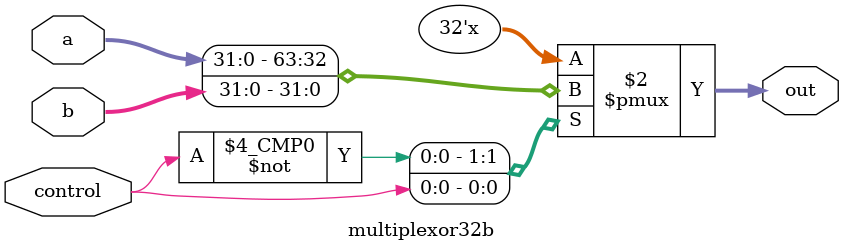
<source format=v>
module multiplexor32b(
  a,
  b,
  control,
  out
);

  input      control;
  input      [31:0] a;
  input      [31:0] b;
  output reg [31:0] out;

  always @ (a, b, control) begin
    case (control)
      0: begin
           out = a;
         end
      1: begin
           out = b;
        end
    endcase
  end

endmodule // multiplexor32b

</source>
